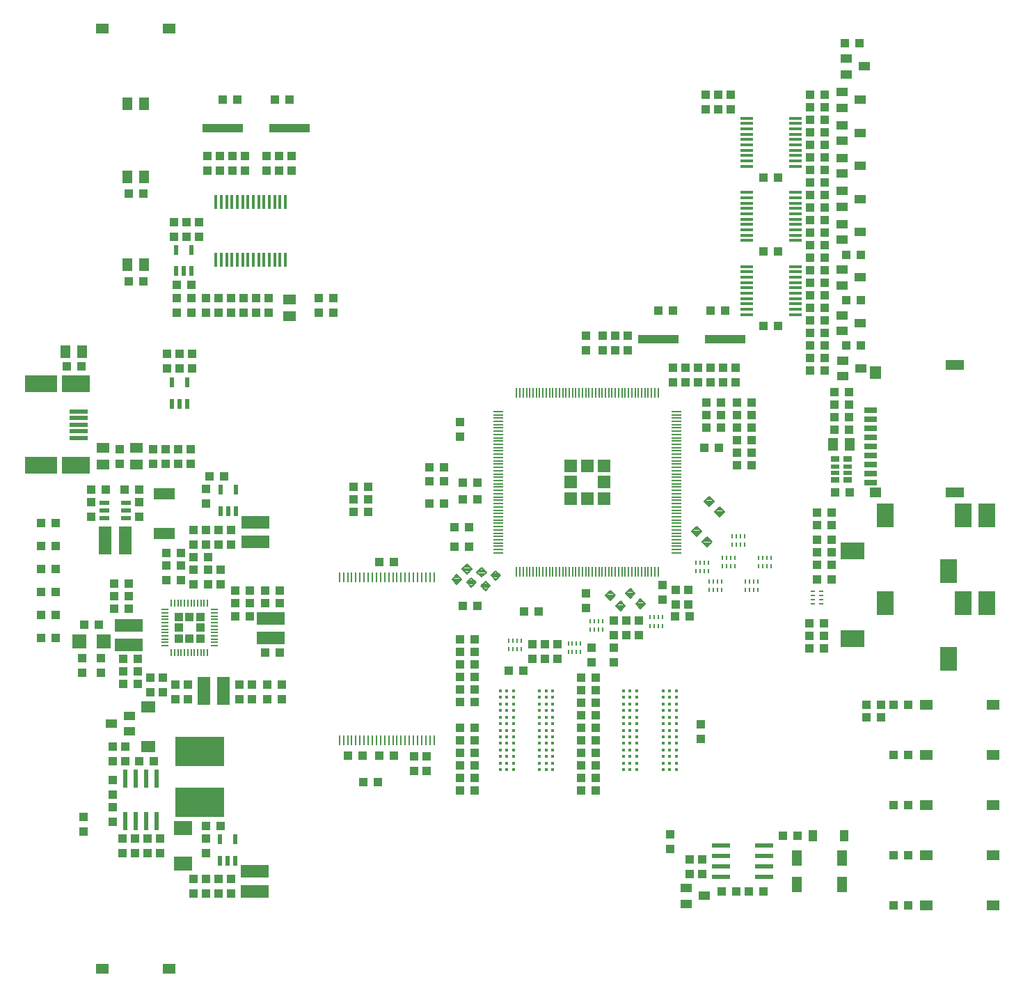
<source format=gbr>
G75*
G70*
%OFA0B0*%
%FSLAX24Y24*%
%IPPOS*%
%LPD*%
%AMOC8*
5,1,8,0,0,1.08239X$1,22.5*
%
%ADD10R,0.0400X0.0400*%
%ADD11C,0.0080*%
%ADD12R,0.1969X0.0394*%
%ADD13R,0.0500X0.0600*%
%ADD14R,0.0400X0.0300*%
%ADD15R,0.0400X0.0200*%
%ADD16R,0.0236X0.0866*%
%ADD17R,0.0217X0.0472*%
%ADD18R,0.2362X0.1417*%
%ADD19R,0.1378X0.0630*%
%ADD20R,0.0394X0.0551*%
%ADD21R,0.0079X0.0512*%
%ADD22R,0.0512X0.0079*%
%ADD23R,0.0630X0.0630*%
%ADD24R,0.0098X0.0246*%
%ADD25R,0.0600X0.0500*%
%ADD26R,0.0886X0.0197*%
%ADD27R,0.1575X0.0827*%
%ADD28R,0.1378X0.0827*%
%ADD29R,0.0138X0.0689*%
%ADD30R,0.0866X0.0236*%
%ADD31R,0.0079X0.0354*%
%ADD32R,0.0354X0.0079*%
%ADD33R,0.0394X0.0394*%
%ADD34R,0.0472X0.0217*%
%ADD35R,0.0630X0.1378*%
%ADD36R,0.0650X0.0700*%
%ADD37R,0.0551X0.0394*%
%ADD38R,0.0709X0.0571*%
%ADD39R,0.0098X0.0472*%
%ADD40R,0.0900X0.0700*%
%ADD41C,0.0157*%
%ADD42R,0.0591X0.0118*%
%ADD43R,0.0787X0.1181*%
%ADD44R,0.1181X0.0787*%
%ADD45R,0.0246X0.0098*%
%ADD46R,0.1024X0.0571*%
%ADD47R,0.0630X0.0276*%
%ADD48R,0.0551X0.0472*%
%ADD49R,0.0551X0.0630*%
%ADD50R,0.0866X0.0472*%
%ADD51R,0.0512X0.0748*%
D10*
X015820Y012257D03*
X015820Y012957D03*
X017220Y012737D03*
X017670Y011937D03*
X018270Y011937D03*
X018870Y011937D03*
X019470Y011937D03*
X019470Y011237D03*
X018870Y011237D03*
X018270Y011237D03*
X017670Y011237D03*
X017220Y013437D03*
X017220Y014037D03*
X017220Y014737D03*
X017220Y015637D03*
X017820Y015637D03*
X018470Y015637D03*
X019170Y015637D03*
X017820Y016337D03*
X017220Y016337D03*
X019030Y018937D03*
X019630Y018937D03*
X020230Y019287D03*
X020830Y019287D03*
X020830Y018587D03*
X020230Y018587D03*
X019630Y019637D03*
X019030Y019637D03*
X018410Y019927D03*
X018410Y020527D03*
X017710Y020527D03*
X017710Y019927D03*
X017710Y019327D03*
X018410Y019327D03*
X016650Y019877D03*
X016650Y020577D03*
X015750Y020577D03*
X015750Y019877D03*
X014470Y021537D03*
X013770Y021537D03*
X013770Y022637D03*
X014470Y022637D03*
X014470Y023737D03*
X013770Y023737D03*
X013770Y024837D03*
X014470Y024837D03*
X014470Y025937D03*
X013770Y025937D03*
X013770Y027037D03*
X014470Y027037D03*
X016180Y027337D03*
X016180Y028037D03*
X016180Y028637D03*
X016880Y028637D03*
X017780Y028637D03*
X018480Y028637D03*
X018480Y028037D03*
X018480Y027337D03*
X019800Y025607D03*
X019800Y025007D03*
X020500Y025007D03*
X020500Y025607D03*
X021100Y025407D03*
X021100Y026007D03*
X021700Y026007D03*
X022300Y026007D03*
X022900Y026007D03*
X022900Y026707D03*
X022300Y026707D03*
X021700Y026707D03*
X021100Y026707D03*
X021800Y025407D03*
X021800Y024807D03*
X022400Y024807D03*
X022400Y024107D03*
X021800Y024107D03*
X021100Y024107D03*
X020500Y024307D03*
X019800Y024307D03*
X021100Y024807D03*
X023100Y023787D03*
X023100Y023187D03*
X023100Y022577D03*
X023800Y022577D03*
X023800Y023187D03*
X023800Y023787D03*
X024520Y023787D03*
X024520Y023187D03*
X025220Y023187D03*
X025220Y023787D03*
X025220Y020827D03*
X024520Y020827D03*
X024630Y019287D03*
X025330Y019287D03*
X025330Y018587D03*
X024630Y018587D03*
X023870Y018587D03*
X023270Y018587D03*
X023270Y019287D03*
X023870Y019287D03*
X028470Y015887D03*
X029170Y015887D03*
X029990Y015887D03*
X030690Y015887D03*
X031660Y015877D03*
X032260Y015877D03*
X032260Y015177D03*
X031660Y015177D03*
X029930Y014647D03*
X029230Y014647D03*
X033850Y014817D03*
X033850Y015417D03*
X033850Y016017D03*
X033850Y016617D03*
X033850Y017217D03*
X034550Y017217D03*
X034550Y016617D03*
X034550Y016017D03*
X034550Y015417D03*
X034550Y014817D03*
X034550Y014217D03*
X033850Y014217D03*
X033850Y018477D03*
X033850Y019077D03*
X033850Y019677D03*
X033850Y020277D03*
X033850Y020877D03*
X033850Y021477D03*
X034550Y021477D03*
X034550Y020877D03*
X034550Y020277D03*
X034550Y019677D03*
X034550Y019077D03*
X034550Y018477D03*
X036180Y019957D03*
X036880Y019957D03*
X037310Y020547D03*
X037910Y020547D03*
X038510Y020547D03*
X038510Y021247D03*
X037910Y021247D03*
X037310Y021247D03*
X037620Y022807D03*
X036920Y022807D03*
X034700Y023057D03*
X034000Y023057D03*
X034289Y025887D03*
X033589Y025887D03*
X033590Y026847D03*
X034290Y026847D03*
X033990Y028167D03*
X034690Y028167D03*
X034690Y028967D03*
X033990Y028967D03*
X033090Y029047D03*
X033090Y029687D03*
X032390Y029687D03*
X032390Y029047D03*
X032390Y027967D03*
X033090Y027967D03*
X033860Y031157D03*
X033860Y031857D03*
X029450Y028757D03*
X029450Y028157D03*
X029450Y027557D03*
X028750Y027557D03*
X028750Y028157D03*
X028750Y028757D03*
X029990Y025167D03*
X030690Y025167D03*
X022560Y029257D03*
X021860Y029257D03*
X021700Y028657D03*
X021700Y027957D03*
X020960Y029877D03*
X020360Y029877D03*
X019760Y029877D03*
X019160Y029877D03*
X019160Y030577D03*
X019760Y030577D03*
X020360Y030577D03*
X020960Y030577D03*
X017560Y030577D03*
X017560Y029877D03*
X015710Y034527D03*
X015010Y034527D03*
X019820Y034417D03*
X020420Y034417D03*
X021020Y034417D03*
X021020Y035117D03*
X020420Y035117D03*
X019820Y035117D03*
X020270Y037087D03*
X020270Y037787D03*
X020270Y038437D03*
X020970Y038437D03*
X020970Y037787D03*
X021670Y037787D03*
X022270Y037787D03*
X022870Y037787D03*
X023470Y037787D03*
X024070Y037787D03*
X024670Y037787D03*
X024670Y037087D03*
X024070Y037087D03*
X023470Y037087D03*
X022870Y037087D03*
X022270Y037087D03*
X021670Y037087D03*
X020970Y037087D03*
X018670Y038587D03*
X017970Y038587D03*
X020140Y040737D03*
X020740Y040737D03*
X021340Y040737D03*
X021340Y041437D03*
X020740Y041437D03*
X020140Y041437D03*
X018670Y042787D03*
X017970Y042787D03*
X021750Y043897D03*
X022350Y043897D03*
X022950Y043897D03*
X023550Y043897D03*
X023550Y044597D03*
X022950Y044597D03*
X022350Y044597D03*
X021750Y044597D03*
X024590Y044597D03*
X025190Y044597D03*
X025790Y044597D03*
X025790Y043897D03*
X025190Y043897D03*
X024590Y043897D03*
X024980Y047297D03*
X025680Y047297D03*
X023180Y047297D03*
X022480Y047297D03*
X027070Y037787D03*
X027770Y037787D03*
X027770Y037087D03*
X027070Y037087D03*
X039900Y035987D03*
X039900Y035287D03*
X040700Y035287D03*
X041300Y035287D03*
X041900Y035287D03*
X041900Y035987D03*
X041300Y035987D03*
X040700Y035987D03*
X043340Y037197D03*
X044040Y037197D03*
X045840Y037197D03*
X046540Y037197D03*
X048400Y036467D03*
X049100Y036467D03*
X050630Y036727D03*
X050630Y037327D03*
X050630Y037927D03*
X050630Y038527D03*
X051330Y038527D03*
X051330Y037927D03*
X051330Y037327D03*
X051330Y036727D03*
X051330Y036127D03*
X051330Y035527D03*
X051330Y034927D03*
X051330Y034327D03*
X050630Y034327D03*
X050630Y034927D03*
X050630Y035527D03*
X050630Y036127D03*
X052350Y035517D03*
X053050Y035517D03*
X053050Y037697D03*
X052350Y037697D03*
X051330Y039127D03*
X051330Y039727D03*
X051330Y040327D03*
X051330Y040927D03*
X051330Y041527D03*
X051330Y042127D03*
X051330Y042727D03*
X051330Y043327D03*
X051330Y043927D03*
X051330Y044527D03*
X051330Y045127D03*
X051330Y045727D03*
X051330Y046327D03*
X050630Y046327D03*
X050630Y045727D03*
X050630Y045127D03*
X050630Y044527D03*
X050630Y043927D03*
X050630Y043327D03*
X050630Y042727D03*
X050630Y042127D03*
X050630Y041527D03*
X050630Y040927D03*
X050630Y040327D03*
X050630Y039727D03*
X050630Y039127D03*
X049100Y040017D03*
X048400Y040017D03*
X052350Y039877D03*
X053050Y039877D03*
X049100Y043567D03*
X048400Y043567D03*
X046820Y046817D03*
X046220Y046817D03*
X045620Y046817D03*
X045620Y047517D03*
X046220Y047517D03*
X046820Y047517D03*
X050630Y047527D03*
X050630Y046927D03*
X051330Y046927D03*
X051330Y047527D03*
X052270Y049987D03*
X052970Y049987D03*
X047050Y034467D03*
X046450Y034467D03*
X045850Y034467D03*
X045250Y034467D03*
X044650Y034467D03*
X044050Y034467D03*
X044050Y033767D03*
X044650Y033767D03*
X045250Y033767D03*
X045850Y033767D03*
X046450Y033767D03*
X047050Y033767D03*
X047130Y032807D03*
X047130Y032207D03*
X047130Y031607D03*
X047130Y030987D03*
X047130Y030387D03*
X047130Y029787D03*
X047830Y029787D03*
X047830Y030387D03*
X047830Y030987D03*
X047830Y031607D03*
X047830Y032207D03*
X047830Y032807D03*
X046350Y032807D03*
X046350Y032207D03*
X046350Y031607D03*
X045650Y031607D03*
X045650Y032207D03*
X045650Y032807D03*
X045550Y030627D03*
X046250Y030627D03*
X050950Y027547D03*
X050950Y026947D03*
X051650Y026947D03*
X051650Y027547D03*
X051820Y028487D03*
X052520Y028487D03*
X051650Y026247D03*
X050950Y026247D03*
X050950Y025647D03*
X050950Y025047D03*
X051650Y025047D03*
X051650Y025647D03*
X051650Y024347D03*
X050950Y024347D03*
X050600Y022227D03*
X050600Y021627D03*
X050600Y021027D03*
X051300Y021027D03*
X051300Y021627D03*
X051300Y022227D03*
X053320Y018337D03*
X053320Y017737D03*
X054020Y017737D03*
X054020Y018337D03*
X054620Y018337D03*
X055320Y018337D03*
X055320Y015937D03*
X054620Y015937D03*
X054620Y013537D03*
X055320Y013537D03*
X055320Y011137D03*
X054620Y011137D03*
X054620Y008737D03*
X055320Y008737D03*
X050010Y012057D03*
X049310Y012057D03*
X048380Y009407D03*
X047680Y009407D03*
X047080Y009407D03*
X046380Y009407D03*
X045460Y010217D03*
X044860Y010217D03*
X044860Y010917D03*
X045460Y010917D03*
X043920Y011437D03*
X043920Y012137D03*
X040340Y014227D03*
X040340Y014827D03*
X040340Y015427D03*
X040340Y016027D03*
X040340Y016627D03*
X040340Y017227D03*
X040340Y017827D03*
X040340Y018427D03*
X039640Y018427D03*
X039640Y017827D03*
X039640Y017227D03*
X039640Y016627D03*
X039640Y016027D03*
X039640Y015427D03*
X039640Y014827D03*
X039640Y014227D03*
X039640Y019027D03*
X039640Y019627D03*
X040340Y019627D03*
X040340Y019027D03*
X040150Y020377D03*
X040150Y021077D03*
X041220Y021077D03*
X041220Y021677D03*
X041820Y021677D03*
X042430Y021677D03*
X042430Y022377D03*
X041820Y022377D03*
X041220Y022377D03*
X039870Y022967D03*
X039870Y023667D03*
X043560Y023377D03*
X044200Y023147D03*
X044150Y022557D03*
X044850Y022557D03*
X044800Y023147D03*
X044800Y023847D03*
X044200Y023847D03*
X043560Y024077D03*
X041220Y020377D03*
X045382Y017409D03*
X045382Y016709D03*
X051770Y031487D03*
X051770Y032087D03*
X051770Y032687D03*
X051770Y033287D03*
X052470Y033287D03*
X052470Y032687D03*
X052470Y032087D03*
X052470Y031487D03*
X022370Y012537D03*
X021670Y012537D03*
X021670Y011937D03*
X021670Y011237D03*
X021670Y009987D03*
X021070Y009987D03*
X021070Y009287D03*
X021670Y009287D03*
X022270Y009287D03*
X022870Y009287D03*
X022870Y009987D03*
X022270Y009987D03*
X016550Y022177D03*
X015850Y022177D03*
X017290Y022917D03*
X017290Y023517D03*
X017290Y024117D03*
X017990Y024117D03*
X017990Y023517D03*
X017990Y022917D03*
D11*
X033694Y024105D02*
X033920Y024331D01*
X033694Y024105D02*
X033468Y024331D01*
X033694Y024557D01*
X033920Y024331D01*
X033773Y024184D02*
X033615Y024184D01*
X033536Y024263D02*
X033852Y024263D01*
X033909Y024342D02*
X033479Y024342D01*
X033558Y024421D02*
X033830Y024421D01*
X033751Y024500D02*
X033637Y024500D01*
X034189Y024600D02*
X034415Y024826D01*
X034189Y024600D02*
X033963Y024826D01*
X034189Y025052D01*
X034415Y024826D01*
X034268Y024679D02*
X034110Y024679D01*
X034031Y024758D02*
X034347Y024758D01*
X034404Y024837D02*
X033974Y024837D01*
X034053Y024916D02*
X034325Y024916D01*
X034246Y024995D02*
X034132Y024995D01*
X034889Y024456D02*
X035115Y024682D01*
X034889Y024456D02*
X034663Y024682D01*
X034889Y024908D01*
X035115Y024682D01*
X034968Y024535D02*
X034810Y024535D01*
X034731Y024614D02*
X035047Y024614D01*
X035104Y024693D02*
X034674Y024693D01*
X034753Y024772D02*
X035025Y024772D01*
X034946Y024851D02*
X034832Y024851D01*
X034620Y024187D02*
X034394Y023961D01*
X034168Y024187D01*
X034394Y024413D01*
X034620Y024187D01*
X034473Y024040D02*
X034315Y024040D01*
X034236Y024119D02*
X034552Y024119D01*
X034609Y024198D02*
X034179Y024198D01*
X034258Y024277D02*
X034530Y024277D01*
X034451Y024356D02*
X034337Y024356D01*
X035069Y023797D02*
X035295Y024023D01*
X035069Y023797D02*
X034843Y024023D01*
X035069Y024249D01*
X035295Y024023D01*
X035148Y023876D02*
X034990Y023876D01*
X034911Y023955D02*
X035227Y023955D01*
X035284Y024034D02*
X034854Y024034D01*
X034933Y024113D02*
X035205Y024113D01*
X035126Y024192D02*
X035012Y024192D01*
X035564Y024292D02*
X035790Y024518D01*
X035564Y024292D02*
X035338Y024518D01*
X035564Y024744D01*
X035790Y024518D01*
X035643Y024371D02*
X035485Y024371D01*
X035406Y024450D02*
X035722Y024450D01*
X035779Y024529D02*
X035349Y024529D01*
X035428Y024608D02*
X035700Y024608D01*
X035621Y024687D02*
X035507Y024687D01*
X041043Y023790D02*
X041269Y023564D01*
X041043Y023338D01*
X040817Y023564D01*
X041043Y023790D01*
X041122Y023417D02*
X040964Y023417D01*
X040885Y023496D02*
X041201Y023496D01*
X041258Y023575D02*
X040828Y023575D01*
X040907Y023654D02*
X041179Y023654D01*
X041100Y023733D02*
X040986Y023733D01*
X041538Y023295D02*
X041764Y023069D01*
X041538Y022843D01*
X041312Y023069D01*
X041538Y023295D01*
X041617Y022922D02*
X041459Y022922D01*
X041380Y023001D02*
X041696Y023001D01*
X041753Y023080D02*
X041323Y023080D01*
X041402Y023159D02*
X041674Y023159D01*
X041595Y023238D02*
X041481Y023238D01*
X042003Y023890D02*
X042229Y023664D01*
X042003Y023438D01*
X041777Y023664D01*
X042003Y023890D01*
X042082Y023517D02*
X041924Y023517D01*
X041845Y023596D02*
X042161Y023596D01*
X042218Y023675D02*
X041788Y023675D01*
X041867Y023754D02*
X042139Y023754D01*
X042060Y023833D02*
X041946Y023833D01*
X042498Y023395D02*
X042724Y023169D01*
X042498Y022943D01*
X042272Y023169D01*
X042498Y023395D01*
X042577Y023022D02*
X042419Y023022D01*
X042340Y023101D02*
X042656Y023101D01*
X042713Y023180D02*
X042283Y023180D01*
X042362Y023259D02*
X042634Y023259D01*
X042555Y023338D02*
X042441Y023338D01*
X045688Y026365D02*
X045914Y026139D01*
X045688Y025913D01*
X045462Y026139D01*
X045688Y026365D01*
X045767Y025992D02*
X045609Y025992D01*
X045530Y026071D02*
X045846Y026071D01*
X045903Y026150D02*
X045473Y026150D01*
X045552Y026229D02*
X045824Y026229D01*
X045745Y026308D02*
X045631Y026308D01*
X045419Y026634D02*
X045193Y026860D01*
X045419Y026634D02*
X045193Y026408D01*
X044967Y026634D01*
X045193Y026860D01*
X045272Y026487D02*
X045114Y026487D01*
X045035Y026566D02*
X045351Y026566D01*
X045408Y026645D02*
X044978Y026645D01*
X045057Y026724D02*
X045329Y026724D01*
X045250Y026803D02*
X045136Y026803D01*
X046288Y027795D02*
X046514Y027569D01*
X046288Y027343D01*
X046062Y027569D01*
X046288Y027795D01*
X046367Y027422D02*
X046209Y027422D01*
X046130Y027501D02*
X046446Y027501D01*
X046503Y027580D02*
X046073Y027580D01*
X046152Y027659D02*
X046424Y027659D01*
X046345Y027738D02*
X046231Y027738D01*
X046019Y028064D02*
X045793Y028290D01*
X046019Y028064D02*
X045793Y027838D01*
X045567Y028064D01*
X045793Y028290D01*
X045872Y027917D02*
X045714Y027917D01*
X045635Y027996D02*
X045951Y027996D01*
X046008Y028075D02*
X045578Y028075D01*
X045657Y028154D02*
X045929Y028154D01*
X045850Y028233D02*
X045736Y028233D01*
D12*
X046540Y035847D03*
X043340Y035847D03*
X025680Y045947D03*
X022480Y045947D03*
D13*
X018720Y047087D03*
X017920Y047087D03*
X017920Y043587D03*
X018720Y043587D03*
X018720Y039387D03*
X017920Y039387D03*
X015760Y035227D03*
X014960Y035227D03*
X051720Y030787D03*
X052520Y030787D03*
D14*
X052420Y030087D03*
X051820Y030087D03*
X051820Y029087D03*
X052420Y029087D03*
D15*
X052420Y029437D03*
X052420Y029737D03*
X051820Y029737D03*
X051820Y029437D03*
D16*
X019320Y014810D03*
X018820Y014810D03*
X018320Y014810D03*
X017820Y014810D03*
X017820Y012763D03*
X018320Y012763D03*
X018820Y012763D03*
X019320Y012763D03*
D17*
X022346Y011898D03*
X023094Y011898D03*
X023094Y010875D03*
X022720Y010875D03*
X022346Y010875D03*
X022376Y027595D03*
X022750Y027595D03*
X023124Y027595D03*
X023124Y028618D03*
X022376Y028618D03*
X020794Y032745D03*
X020420Y032745D03*
X020046Y032745D03*
X020046Y033768D03*
X020794Y033768D03*
X020620Y039085D03*
X020246Y039085D03*
X020994Y039085D03*
X020994Y040108D03*
X020246Y040108D03*
D18*
X021370Y016107D03*
X021370Y013666D03*
D19*
X024020Y010359D03*
X024020Y009414D03*
X017970Y021204D03*
X017970Y022149D03*
X024050Y026134D03*
X024050Y027079D03*
X024770Y022479D03*
X024770Y021534D03*
D20*
X050762Y012057D03*
X052258Y012057D03*
D21*
X043336Y024715D03*
X043179Y024715D03*
X043021Y024715D03*
X042864Y024715D03*
X042706Y024715D03*
X042549Y024715D03*
X042391Y024715D03*
X042234Y024715D03*
X042076Y024715D03*
X041919Y024715D03*
X041761Y024715D03*
X041604Y024715D03*
X041446Y024715D03*
X041289Y024715D03*
X041131Y024715D03*
X040974Y024715D03*
X040816Y024715D03*
X040659Y024715D03*
X040501Y024715D03*
X040344Y024715D03*
X040186Y024715D03*
X040029Y024715D03*
X039871Y024715D03*
X039714Y024715D03*
X039556Y024715D03*
X039399Y024715D03*
X039241Y024715D03*
X039084Y024715D03*
X038927Y024715D03*
X038769Y024715D03*
X038612Y024715D03*
X038454Y024715D03*
X038297Y024715D03*
X038139Y024715D03*
X037982Y024715D03*
X037824Y024715D03*
X037667Y024715D03*
X037509Y024715D03*
X037352Y024715D03*
X037194Y024715D03*
X037037Y024715D03*
X036879Y024715D03*
X036722Y024715D03*
X036564Y024715D03*
X036564Y033258D03*
X036722Y033258D03*
X036879Y033258D03*
X037037Y033258D03*
X037194Y033258D03*
X037352Y033258D03*
X037509Y033258D03*
X037667Y033258D03*
X037824Y033258D03*
X037982Y033258D03*
X038139Y033258D03*
X038297Y033258D03*
X038454Y033258D03*
X038612Y033258D03*
X038769Y033258D03*
X038927Y033258D03*
X039084Y033258D03*
X039241Y033258D03*
X039399Y033258D03*
X039556Y033258D03*
X039714Y033258D03*
X039871Y033258D03*
X040029Y033258D03*
X040186Y033258D03*
X040344Y033258D03*
X040501Y033258D03*
X040659Y033258D03*
X040816Y033258D03*
X040974Y033258D03*
X041131Y033258D03*
X041289Y033258D03*
X041446Y033258D03*
X041604Y033258D03*
X041761Y033258D03*
X041919Y033258D03*
X042076Y033258D03*
X042234Y033258D03*
X042391Y033258D03*
X042549Y033258D03*
X042706Y033258D03*
X042864Y033258D03*
X043021Y033258D03*
X043179Y033258D03*
X043336Y033258D03*
D22*
X044222Y032372D03*
X044222Y032215D03*
X044222Y032057D03*
X044222Y031900D03*
X044222Y031743D03*
X044222Y031585D03*
X044222Y031428D03*
X044222Y031270D03*
X044222Y031113D03*
X044222Y030955D03*
X044222Y030798D03*
X044222Y030640D03*
X044222Y030483D03*
X044222Y030325D03*
X044222Y030168D03*
X044222Y030010D03*
X044222Y029853D03*
X044222Y029695D03*
X044222Y029538D03*
X044222Y029380D03*
X044222Y029223D03*
X044222Y029065D03*
X044222Y028908D03*
X044222Y028750D03*
X044222Y028593D03*
X044222Y028435D03*
X044222Y028278D03*
X044222Y028120D03*
X044222Y027963D03*
X044222Y027806D03*
X044222Y027648D03*
X044222Y027491D03*
X044222Y027333D03*
X044222Y027176D03*
X044222Y027018D03*
X044222Y026861D03*
X044222Y026703D03*
X044222Y026546D03*
X044222Y026388D03*
X044222Y026231D03*
X044222Y026073D03*
X044222Y025916D03*
X044222Y025758D03*
X044222Y025601D03*
X035679Y025601D03*
X035679Y025758D03*
X035679Y025916D03*
X035679Y026073D03*
X035679Y026231D03*
X035679Y026388D03*
X035679Y026546D03*
X035679Y026703D03*
X035679Y026861D03*
X035679Y027018D03*
X035679Y027176D03*
X035679Y027333D03*
X035679Y027491D03*
X035679Y027648D03*
X035679Y027806D03*
X035679Y027963D03*
X035679Y028120D03*
X035679Y028278D03*
X035679Y028435D03*
X035679Y028593D03*
X035679Y028750D03*
X035679Y028908D03*
X035679Y029065D03*
X035679Y029223D03*
X035679Y029380D03*
X035679Y029538D03*
X035679Y029695D03*
X035679Y029853D03*
X035679Y030010D03*
X035679Y030168D03*
X035679Y030325D03*
X035679Y030483D03*
X035679Y030640D03*
X035679Y030798D03*
X035679Y030955D03*
X035679Y031113D03*
X035679Y031270D03*
X035679Y031428D03*
X035679Y031585D03*
X035679Y031743D03*
X035679Y031900D03*
X035679Y032057D03*
X035679Y032215D03*
X035679Y032372D03*
D23*
X039163Y029774D03*
X039950Y029774D03*
X040738Y029774D03*
X040738Y028987D03*
X040738Y028199D03*
X039950Y028199D03*
X039163Y028199D03*
X039163Y028987D03*
D24*
X045155Y025148D03*
X045352Y025148D03*
X045549Y025148D03*
X045745Y025148D03*
X045745Y024745D03*
X045549Y024745D03*
X045352Y024745D03*
X045155Y024745D03*
X045785Y024228D03*
X045982Y024228D03*
X046179Y024228D03*
X046375Y024228D03*
X046375Y023825D03*
X046179Y023825D03*
X045982Y023825D03*
X045785Y023825D03*
X046416Y024976D03*
X046613Y024976D03*
X046810Y024976D03*
X047006Y024976D03*
X047006Y025379D03*
X046810Y025379D03*
X046613Y025379D03*
X046416Y025379D03*
X046895Y025985D03*
X047092Y025985D03*
X047289Y025985D03*
X047485Y025985D03*
X047485Y026388D03*
X047289Y026388D03*
X047092Y026388D03*
X046895Y026388D03*
X048155Y025378D03*
X048352Y025378D03*
X048549Y025378D03*
X048745Y025378D03*
X048745Y024975D03*
X048549Y024975D03*
X048352Y024975D03*
X048155Y024975D03*
X048115Y024228D03*
X047919Y024228D03*
X047722Y024228D03*
X047525Y024228D03*
X047525Y023825D03*
X047722Y023825D03*
X047919Y023825D03*
X048115Y023825D03*
X043555Y022518D03*
X043359Y022518D03*
X043162Y022518D03*
X042965Y022518D03*
X042965Y022115D03*
X043162Y022115D03*
X043359Y022115D03*
X043555Y022115D03*
X040675Y021935D03*
X040479Y021935D03*
X040282Y021935D03*
X040085Y021935D03*
X040085Y022338D03*
X040282Y022338D03*
X040479Y022338D03*
X040675Y022338D03*
X039625Y021258D03*
X039429Y021258D03*
X039232Y021258D03*
X039035Y021258D03*
X039035Y020855D03*
X039232Y020855D03*
X039429Y020855D03*
X039625Y020855D03*
X036785Y020985D03*
X036589Y020985D03*
X036392Y020985D03*
X036195Y020985D03*
X036195Y021388D03*
X036392Y021388D03*
X036589Y021388D03*
X036785Y021388D03*
D25*
X018360Y029827D03*
X018360Y030627D03*
X016760Y030627D03*
X016760Y029827D03*
X025670Y036937D03*
X025670Y037737D03*
X019920Y050687D03*
X016720Y050687D03*
X056170Y018337D03*
X056170Y015937D03*
X056170Y013537D03*
X059370Y013537D03*
X059370Y015937D03*
X059370Y018337D03*
X059370Y011137D03*
X059370Y008737D03*
X056170Y008737D03*
X056170Y011137D03*
X019920Y005687D03*
X016720Y005687D03*
D26*
X015586Y031107D03*
X015586Y031422D03*
X015586Y031737D03*
X015586Y032052D03*
X015586Y032367D03*
D27*
X013772Y033685D03*
X013772Y029788D03*
D28*
X015445Y029788D03*
X015445Y033685D03*
D29*
X022157Y039629D03*
X022413Y039629D03*
X022669Y039629D03*
X022924Y039629D03*
X023180Y039629D03*
X023436Y039629D03*
X023692Y039629D03*
X023948Y039629D03*
X024204Y039629D03*
X024460Y039629D03*
X024716Y039629D03*
X024972Y039629D03*
X025228Y039629D03*
X025484Y039629D03*
X025484Y042404D03*
X025228Y042404D03*
X024972Y042404D03*
X024716Y042404D03*
X024460Y042404D03*
X024204Y042404D03*
X023948Y042404D03*
X023692Y042404D03*
X023436Y042404D03*
X023180Y042404D03*
X022924Y042404D03*
X022669Y042404D03*
X022413Y042404D03*
X022157Y042404D03*
D30*
X046357Y011607D03*
X046357Y011107D03*
X046357Y010607D03*
X046357Y010107D03*
X048404Y010107D03*
X048404Y010607D03*
X048404Y011107D03*
X048404Y011607D03*
D31*
X021756Y020846D03*
X021599Y020846D03*
X021441Y020846D03*
X021284Y020846D03*
X021126Y020846D03*
X020969Y020846D03*
X020811Y020846D03*
X020654Y020846D03*
X020496Y020846D03*
X020339Y020846D03*
X020181Y020846D03*
X020024Y020846D03*
X020024Y023208D03*
X020181Y023208D03*
X020339Y023208D03*
X020496Y023208D03*
X020654Y023208D03*
X020811Y023208D03*
X020969Y023208D03*
X021126Y023208D03*
X021284Y023208D03*
X021441Y023208D03*
X021599Y023208D03*
X021756Y023208D03*
D32*
X022071Y022893D03*
X022071Y022735D03*
X022071Y022578D03*
X022071Y022420D03*
X022071Y022263D03*
X022071Y022105D03*
X022071Y021948D03*
X022071Y021790D03*
X022071Y021633D03*
X022071Y021475D03*
X022071Y021318D03*
X022071Y021160D03*
X019709Y021160D03*
X019709Y021318D03*
X019709Y021475D03*
X019709Y021633D03*
X019709Y021790D03*
X019709Y021948D03*
X019709Y022105D03*
X019709Y022263D03*
X019709Y022420D03*
X019709Y022578D03*
X019709Y022735D03*
X019709Y022893D03*
D33*
X020378Y022538D03*
X020378Y022027D03*
X020378Y021515D03*
X020890Y021515D03*
X021402Y021515D03*
X021402Y022027D03*
X021402Y022538D03*
X020890Y022538D03*
D34*
X017842Y027263D03*
X017842Y027637D03*
X017842Y028011D03*
X016818Y028011D03*
X016818Y027637D03*
X016818Y027263D03*
D35*
X016858Y026187D03*
X017803Y026187D03*
X021588Y019007D03*
X022533Y019007D03*
D36*
X016775Y021377D03*
X015625Y021377D03*
D37*
X017137Y017437D03*
X018003Y017811D03*
X018003Y017063D03*
X044697Y009561D03*
X045563Y009187D03*
X044697Y008813D03*
X052187Y034053D03*
X053053Y034427D03*
X052187Y034801D03*
X052147Y036233D03*
X053013Y036607D03*
X052147Y036981D03*
X052147Y038413D03*
X053013Y038787D03*
X052147Y039161D03*
X052147Y040593D03*
X053013Y040967D03*
X052147Y041341D03*
X052147Y042173D03*
X052147Y042921D03*
X053013Y042547D03*
X052147Y043753D03*
X052147Y044501D03*
X053013Y044127D03*
X052147Y045333D03*
X052147Y046081D03*
X053013Y045707D03*
X052147Y046913D03*
X052147Y047661D03*
X052337Y048513D03*
X053203Y048887D03*
X052337Y049261D03*
X053013Y047287D03*
D38*
X018920Y018249D03*
X018920Y016324D03*
D39*
X028076Y016629D03*
X028273Y016629D03*
X028470Y016629D03*
X028667Y016629D03*
X028864Y016629D03*
X029061Y016629D03*
X029257Y016629D03*
X029454Y016629D03*
X029651Y016629D03*
X029848Y016629D03*
X030045Y016629D03*
X030242Y016629D03*
X030439Y016629D03*
X030635Y016629D03*
X030832Y016629D03*
X031029Y016629D03*
X031226Y016629D03*
X031423Y016629D03*
X031620Y016629D03*
X031817Y016629D03*
X032013Y016629D03*
X032210Y016629D03*
X032407Y016629D03*
X032604Y016629D03*
X032604Y024424D03*
X032407Y024424D03*
X032210Y024424D03*
X032013Y024424D03*
X031817Y024424D03*
X031620Y024424D03*
X031423Y024424D03*
X031226Y024424D03*
X031029Y024424D03*
X030832Y024424D03*
X030635Y024424D03*
X030439Y024424D03*
X030242Y024424D03*
X030045Y024424D03*
X029848Y024424D03*
X029651Y024424D03*
X029454Y024424D03*
X029257Y024424D03*
X029061Y024424D03*
X028864Y024424D03*
X028667Y024424D03*
X028470Y024424D03*
X028273Y024424D03*
X028076Y024424D03*
D40*
X020570Y012444D03*
X020570Y010730D03*
D41*
X035777Y015224D03*
X035777Y015539D03*
X035777Y015854D03*
X035777Y016169D03*
X035777Y016484D03*
X035777Y016799D03*
X035777Y017114D03*
X035777Y017429D03*
X035777Y017744D03*
X035777Y018059D03*
X035777Y018374D03*
X035777Y018689D03*
X035777Y019004D03*
X036092Y019004D03*
X036092Y018689D03*
X036092Y018374D03*
X036092Y018059D03*
X036092Y017744D03*
X036092Y017429D03*
X036092Y017114D03*
X036092Y016799D03*
X036092Y016484D03*
X036092Y016169D03*
X036092Y015854D03*
X036092Y015539D03*
X036092Y015224D03*
X036407Y015224D03*
X036407Y015539D03*
X036407Y015854D03*
X036407Y016169D03*
X036407Y016484D03*
X036407Y016799D03*
X036407Y017114D03*
X036407Y017429D03*
X036407Y017744D03*
X036407Y018059D03*
X036407Y018374D03*
X036407Y018689D03*
X036407Y019004D03*
X037667Y019004D03*
X037982Y019004D03*
X038297Y019004D03*
X038297Y018689D03*
X037982Y018689D03*
X037667Y018689D03*
X037667Y018374D03*
X037667Y018059D03*
X037667Y017744D03*
X037667Y017429D03*
X037667Y017114D03*
X037667Y016799D03*
X037667Y016484D03*
X037667Y016169D03*
X037667Y015854D03*
X037667Y015539D03*
X037667Y015224D03*
X037982Y015224D03*
X038297Y015224D03*
X038297Y015539D03*
X037982Y015539D03*
X037982Y015854D03*
X038297Y015854D03*
X038297Y016169D03*
X037982Y016169D03*
X037982Y016484D03*
X038297Y016484D03*
X038297Y016799D03*
X037982Y016799D03*
X037982Y017114D03*
X038297Y017114D03*
X038297Y017429D03*
X037982Y017429D03*
X037982Y017744D03*
X037982Y018059D03*
X037982Y018374D03*
X038297Y018374D03*
X038297Y018059D03*
X038297Y017744D03*
X041683Y017744D03*
X041998Y017744D03*
X042313Y017744D03*
X042313Y017429D03*
X042313Y017114D03*
X042313Y016799D03*
X042313Y016484D03*
X042313Y016169D03*
X042313Y015854D03*
X042313Y015539D03*
X042313Y015224D03*
X041998Y015224D03*
X041683Y015224D03*
X041683Y015539D03*
X041998Y015539D03*
X041998Y015854D03*
X041683Y015854D03*
X041683Y016169D03*
X041998Y016169D03*
X041998Y016484D03*
X041998Y016799D03*
X041998Y017114D03*
X041998Y017429D03*
X041683Y017429D03*
X041683Y017114D03*
X041683Y016799D03*
X041683Y016484D03*
X041683Y018059D03*
X041998Y018059D03*
X042313Y018059D03*
X042313Y018374D03*
X042313Y018689D03*
X042313Y019004D03*
X041998Y019004D03*
X041998Y018689D03*
X041998Y018374D03*
X041683Y018374D03*
X041683Y018689D03*
X041683Y019004D03*
X043573Y019004D03*
X043888Y019004D03*
X044203Y019004D03*
X044203Y018689D03*
X044203Y018374D03*
X044203Y018059D03*
X044203Y017744D03*
X044203Y017429D03*
X044203Y017114D03*
X044203Y016799D03*
X044203Y016484D03*
X044203Y016169D03*
X044203Y015854D03*
X044203Y015539D03*
X044203Y015224D03*
X043888Y015224D03*
X043888Y015539D03*
X043888Y015854D03*
X043888Y016169D03*
X043888Y016484D03*
X043888Y016799D03*
X043888Y017114D03*
X043888Y017429D03*
X043888Y017744D03*
X043888Y018059D03*
X043888Y018374D03*
X043888Y018689D03*
X043573Y018689D03*
X043573Y018374D03*
X043573Y018059D03*
X043573Y017744D03*
X043573Y017429D03*
X043573Y017114D03*
X043573Y016799D03*
X043573Y016484D03*
X043573Y016169D03*
X043573Y015854D03*
X043573Y015539D03*
X043573Y015224D03*
D42*
X047569Y037005D03*
X047569Y037261D03*
X047569Y037517D03*
X047569Y037773D03*
X047569Y038029D03*
X047569Y038285D03*
X047569Y038540D03*
X047569Y038796D03*
X047569Y039052D03*
X047569Y039308D03*
X047569Y040555D03*
X047569Y040811D03*
X047569Y041067D03*
X047569Y041323D03*
X047569Y041579D03*
X047569Y041835D03*
X047569Y042090D03*
X047569Y042346D03*
X047569Y042602D03*
X047569Y042858D03*
X047569Y044105D03*
X047569Y044361D03*
X047569Y044617D03*
X047569Y044873D03*
X047569Y045129D03*
X047569Y045385D03*
X047569Y045640D03*
X047569Y045896D03*
X047569Y046152D03*
X047569Y046408D03*
X049931Y046408D03*
X049931Y046152D03*
X049931Y045896D03*
X049931Y045640D03*
X049931Y045385D03*
X049931Y045129D03*
X049931Y044873D03*
X049931Y044617D03*
X049931Y044361D03*
X049931Y044105D03*
X049931Y042858D03*
X049931Y042602D03*
X049931Y042346D03*
X049931Y042090D03*
X049931Y041835D03*
X049931Y041579D03*
X049931Y041323D03*
X049931Y041067D03*
X049931Y040811D03*
X049931Y040555D03*
X049931Y039308D03*
X049931Y039052D03*
X049931Y038796D03*
X049931Y038540D03*
X049931Y038285D03*
X049931Y038029D03*
X049931Y037773D03*
X049931Y037517D03*
X049931Y037261D03*
X049931Y037005D03*
D43*
X054211Y027383D03*
X057952Y027383D03*
X059093Y027383D03*
X057243Y024746D03*
X057952Y023183D03*
X059093Y023183D03*
X057243Y020546D03*
X054211Y023183D03*
D44*
X052637Y021491D03*
X052637Y025691D03*
D45*
X051152Y023772D03*
X051152Y023575D03*
X051152Y023378D03*
X051152Y023181D03*
X050748Y023181D03*
X050748Y023378D03*
X050748Y023575D03*
X050748Y023772D03*
D46*
X019680Y026524D03*
X019680Y028449D03*
D47*
X053521Y028962D03*
X053521Y029395D03*
X053521Y029828D03*
X053521Y030261D03*
X053521Y030694D03*
X053521Y031127D03*
X053521Y031560D03*
X053521Y031993D03*
X053521Y032426D03*
D48*
X053767Y028489D03*
D49*
X053767Y034237D03*
D50*
X057547Y034592D03*
X057547Y028489D03*
D51*
X052153Y010987D03*
X052153Y009727D03*
X049987Y009727D03*
X049987Y010987D03*
M02*

</source>
